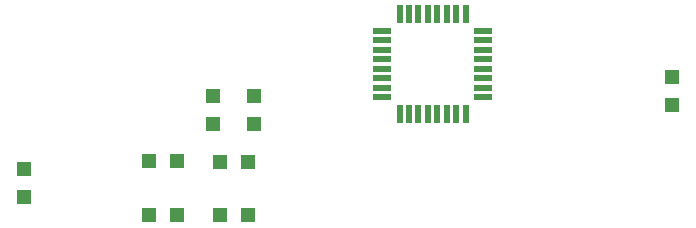
<source format=gtp>
G04*
G04 #@! TF.GenerationSoftware,Altium Limited,Altium Designer,24.2.2 (26)*
G04*
G04 Layer_Color=8421504*
%FSLAX44Y44*%
%MOMM*%
G71*
G04*
G04 #@! TF.SameCoordinates,F2C55401-2C48-4F77-8023-E721376540C6*
G04*
G04*
G04 #@! TF.FilePolarity,Positive*
G04*
G01*
G75*
%ADD15R,1.2500X1.1500*%
%ADD16R,1.1500X1.2500*%
%ADD17R,1.5000X0.6000*%
%ADD18R,0.6000X1.5000*%
D15*
X29000Y97750D02*
D03*
Y74250D02*
D03*
X224000Y160000D02*
D03*
Y136500D02*
D03*
X578000Y175750D02*
D03*
Y152250D02*
D03*
X189000Y160000D02*
D03*
Y136500D02*
D03*
D16*
X195250Y104000D02*
D03*
X218750D02*
D03*
X195250Y59000D02*
D03*
X218750D02*
D03*
X135250Y59000D02*
D03*
X158750D02*
D03*
X135250Y105000D02*
D03*
X158750D02*
D03*
D17*
X332500Y215000D02*
D03*
Y207000D02*
D03*
Y199000D02*
D03*
Y191000D02*
D03*
Y183000D02*
D03*
Y175000D02*
D03*
Y167000D02*
D03*
Y159000D02*
D03*
X417500D02*
D03*
Y167000D02*
D03*
Y175000D02*
D03*
Y183000D02*
D03*
Y191000D02*
D03*
Y199000D02*
D03*
Y207000D02*
D03*
Y215000D02*
D03*
D18*
X347000Y144500D02*
D03*
X355000D02*
D03*
X363000D02*
D03*
X371000D02*
D03*
X379000D02*
D03*
X387000D02*
D03*
X395000D02*
D03*
X403000D02*
D03*
Y229500D02*
D03*
X395000D02*
D03*
X387000D02*
D03*
X379000D02*
D03*
X371000D02*
D03*
X363000D02*
D03*
X355000D02*
D03*
X347000D02*
D03*
M02*

</source>
